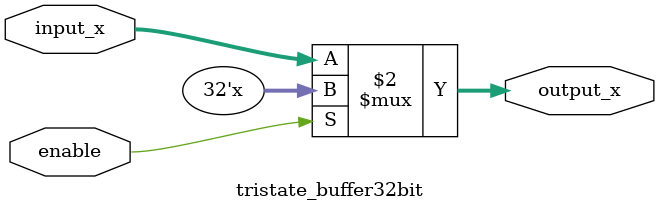
<source format=v>
module tristate_buffer32bit(input_x, enable, output_x);
    input[31:0]input_x;
    input enable;
    output [31:0]output_x;

    assign output_x = !enable? input_x : 32'bz;

endmodule

</source>
